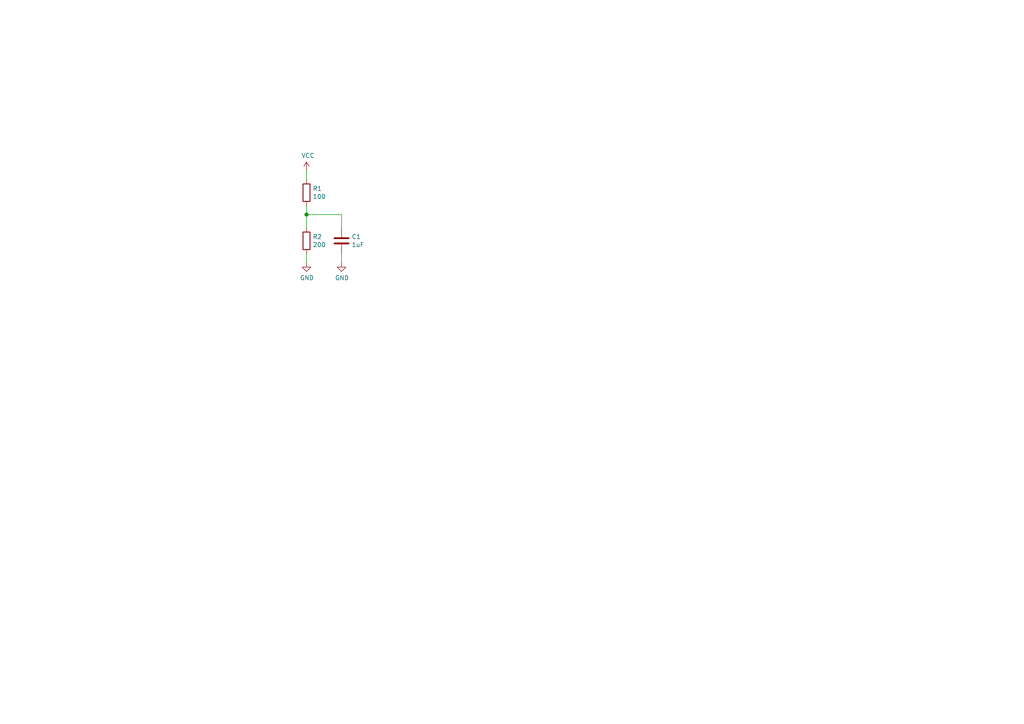
<source format=kicad_sch>
(kicad_sch (version 20230121) (generator eeschema)
  (paper "A4")
  (lib_symbols
    (symbol "Device:C" (pin_numbers hide) (pin_names (offset 0.254))
      (property "Reference" "C" (at 0.635 2.54 0))
      (property "Value" "C" (at 0.635 -2.54 0))
      (symbol "C_0_1"
        (polyline (pts (xy -2.032 -0.762) (xy 2.032 -0.762)) (stroke (width 0.508)))
        (polyline (pts (xy -2.032 0.762) (xy 2.032 0.762)) (stroke (width 0.508)))
      )
      (symbol "C_1_1"
        (pin passive line (at 0 3.81 270) (length 2.794) (name "~") (number "1"))
        (pin passive line (at 0 -3.81 90) (length 2.794) (name "~") (number "2"))
      )
    )
    (symbol "Device:R" (pin_numbers hide) (pin_names (offset 0))
      (property "Reference" "R" (at 2.032 0 90))
      (property "Value" "R" (at 0 0 90))
      (symbol "R_0_1"
        (rectangle (start -1.016 -2.54) (end 1.016 2.54) (stroke (width 0.254)))
      )
      (symbol "R_1_1"
        (pin passive line (at 0 3.81 270) (length 1.27) (name "~") (number "1"))
        (pin passive line (at 0 -3.81 90) (length 1.27) (name "~") (number "2"))
      )
    )
    (symbol "power:GND" (power) (pin_names (offset 0))
      (property "Value" "GND" (at 0 -3.81 0))
      (symbol "GND_0_1"
        (polyline (pts (xy 0 0) (xy 0 -1.27) (xy 1.27 -1.27) (xy 0 -2.54) (xy -1.27 -1.27) (xy 0 -1.27)))
      )
      (symbol "GND_1_1"
        (pin power_in line (at 0 0 270) (length 0) hide (name "GND") (number "1"))
      )
    )
    (symbol "power:VCC" (power) (pin_names (offset 0))
      (property "Value" "VCC" (at 0 3.81 0))
      (symbol "VCC_0_1"
        (polyline (pts (xy -0.762 1.27) (xy 0 2.54)))
        (polyline (pts (xy 0 0) (xy 0 2.54)))
        (polyline (pts (xy 0 2.54) (xy 0.762 1.27)))
      )
      (symbol "VCC_1_1"
        (pin power_in line (at 0 0 90) (length 0) hide (name "VCC") (number "1"))
      )
    )
  )
  (junction (at 88.9 62.23) (diameter 1.016))
  (wire (pts (xy 88.9 59.69) (xy 88.9 62.23)))
  (wire (pts (xy 99.06 62.23) (xy 88.9 62.23)))
  (wire (pts (xy 99.06 76.2) (xy 99.06 73.66)))
  (wire (pts (xy 88.9 76.2) (xy 88.9 73.66)))
  (wire (pts (xy 99.06 66.04) (xy 99.06 62.23)))
  (wire (pts (xy 88.9 62.23) (xy 88.9 66.04)))
  (wire (pts (xy 88.9 52.07) (xy 88.9 49.53)))
  (symbol (lib_id "Device:R") (at 88.9 55.88 0) (unit 1)
    (property "Reference" "R1" (at 90.678 54.7116 0) (effects (justify left)))
    (property "Value" "100" (at 90.678 57.023 0) (effects (justify left)))
    (property "Footprint" "Resistor_SMD:R_0805_2012Metric" (effects hide))
  )
  (symbol (lib_id "Device:R") (at 88.9 69.85 0) (unit 1)
    (property "Reference" "R2" (at 90.678 68.6816 0) (effects (justify left)))
    (property "Value" "200" (at 90.678 70.993 0) (effects (justify left)))
    (property "Footprint" "Resistor_SMD:R_0805_2012Metric" (effects hide))
  )
  (symbol (lib_id "Device:C") (at 99.06 69.85 0) (unit 1)
    (property "Reference" "C1" (at 101.981 68.6816 0) (effects (justify left)))
    (property "Value" "1uF" (at 101.981 70.993 0) (effects (justify left)))
    (property "Footprint" "Capacitor_SMD:C_0805_2012Metric" (effects hide))
  )
  (symbol (lib_id "power:GND") (at 99.06 76.2 0) (unit 1)
    (property "Reference" "#PWR03" (effects hide))
    (property "Value" "GND" (at 99.187 80.5942 0))
  )
  (symbol (lib_id "power:GND") (at 88.9 76.2 0) (unit 1)
    (property "Reference" "#PWR02" (effects hide))
    (property "Value" "GND" (at 89.027 80.5942 0))
  )
  (symbol (lib_id "power:VCC") (at 88.9 49.53 0) (unit 1)
    (property "Reference" "#PWR01" (effects hide))
    (property "Value" "VCC" (at 89.3318 45.1358 0))
  )
)
</source>
